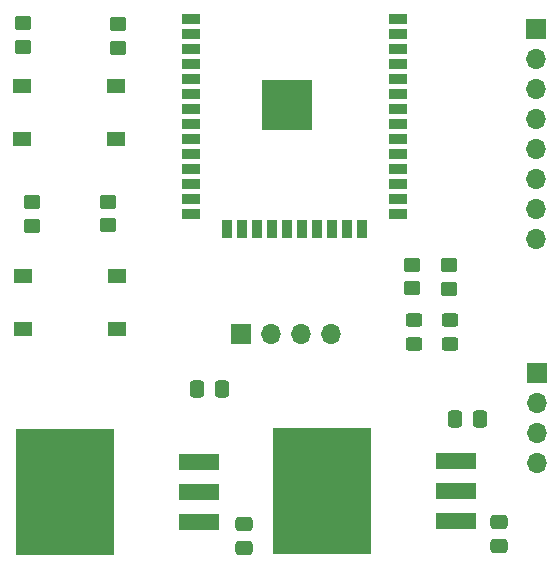
<source format=gts>
%TF.GenerationSoftware,KiCad,Pcbnew,8.0.0*%
%TF.CreationDate,2024-12-08T13:18:30+05:30*%
%TF.ProjectId,RFID_1,52464944-5f31-42e6-9b69-6361645f7063,rev?*%
%TF.SameCoordinates,Original*%
%TF.FileFunction,Soldermask,Top*%
%TF.FilePolarity,Negative*%
%FSLAX46Y46*%
G04 Gerber Fmt 4.6, Leading zero omitted, Abs format (unit mm)*
G04 Created by KiCad (PCBNEW 8.0.0) date 2024-12-08 13:18:30*
%MOMM*%
%LPD*%
G01*
G04 APERTURE LIST*
G04 Aperture macros list*
%AMRoundRect*
0 Rectangle with rounded corners*
0 $1 Rounding radius*
0 $2 $3 $4 $5 $6 $7 $8 $9 X,Y pos of 4 corners*
0 Add a 4 corners polygon primitive as box body*
4,1,4,$2,$3,$4,$5,$6,$7,$8,$9,$2,$3,0*
0 Add four circle primitives for the rounded corners*
1,1,$1+$1,$2,$3*
1,1,$1+$1,$4,$5*
1,1,$1+$1,$6,$7*
1,1,$1+$1,$8,$9*
0 Add four rect primitives between the rounded corners*
20,1,$1+$1,$2,$3,$4,$5,0*
20,1,$1+$1,$4,$5,$6,$7,0*
20,1,$1+$1,$6,$7,$8,$9,0*
20,1,$1+$1,$8,$9,$2,$3,0*%
G04 Aperture macros list end*
%ADD10RoundRect,0.250000X0.450000X-0.350000X0.450000X0.350000X-0.450000X0.350000X-0.450000X-0.350000X0*%
%ADD11R,1.700000X1.700000*%
%ADD12O,1.700000X1.700000*%
%ADD13RoundRect,0.250000X-0.475000X0.337500X-0.475000X-0.337500X0.475000X-0.337500X0.475000X0.337500X0*%
%ADD14RoundRect,0.250000X-0.450000X0.350000X-0.450000X-0.350000X0.450000X-0.350000X0.450000X0.350000X0*%
%ADD15R,1.550000X1.300000*%
%ADD16R,3.505200X1.397000*%
%ADD17R,8.407400X10.718800*%
%ADD18RoundRect,0.250000X-0.337500X-0.475000X0.337500X-0.475000X0.337500X0.475000X-0.337500X0.475000X0*%
%ADD19RoundRect,0.250000X0.450000X-0.325000X0.450000X0.325000X-0.450000X0.325000X-0.450000X-0.325000X0*%
%ADD20R,1.500000X0.900000*%
%ADD21R,0.900000X1.500000*%
%ADD22C,0.600000*%
%ADD23R,4.200000X4.200000*%
G04 APERTURE END LIST*
D10*
%TO.C,R3*%
X131241800Y-96037400D03*
X131241800Y-94037400D03*
%TD*%
D11*
%TO.C,J3*%
X173990000Y-108534200D03*
D12*
X173990000Y-111074200D03*
X173990000Y-113614200D03*
X173990000Y-116154200D03*
%TD*%
D13*
%TO.C,C3*%
X170815000Y-121115000D03*
X170815000Y-123190000D03*
%TD*%
%TO.C,C4*%
X149225000Y-121285000D03*
X149225000Y-123360000D03*
%TD*%
D14*
%TO.C,R4*%
X137718800Y-94012000D03*
X137718800Y-96012000D03*
%TD*%
D15*
%TO.C,SW1*%
X130454600Y-84222200D03*
X138404600Y-84222200D03*
X130454600Y-88722200D03*
X138404600Y-88722200D03*
%TD*%
D14*
%TO.C,R2*%
X130479800Y-78873600D03*
X130479800Y-80873600D03*
%TD*%
D16*
%TO.C,U3*%
X167192600Y-121046000D03*
X167192600Y-118506000D03*
X167192600Y-115966000D03*
D17*
X155851500Y-118506000D03*
%TD*%
D18*
%TO.C,C1*%
X167077500Y-112395000D03*
X169152500Y-112395000D03*
%TD*%
D19*
%TO.C,D4*%
X166674800Y-106045000D03*
X166674800Y-103995000D03*
%TD*%
D11*
%TO.C,J1*%
X148955600Y-105196800D03*
D12*
X151495600Y-105196800D03*
X154035600Y-105196800D03*
X156575600Y-105196800D03*
%TD*%
D18*
%TO.C,C2*%
X145245000Y-109855000D03*
X147320000Y-109855000D03*
%TD*%
D20*
%TO.C,U1*%
X144755200Y-78511400D03*
X144755200Y-79781400D03*
X144755200Y-81051400D03*
X144755200Y-82321400D03*
X144755200Y-83591400D03*
X144755200Y-84861400D03*
X144755200Y-86131400D03*
X144755200Y-87401400D03*
X144755200Y-88671400D03*
X144755200Y-89941400D03*
X144755200Y-91211400D03*
X144755200Y-92481400D03*
X144755200Y-93751400D03*
X144755200Y-95021400D03*
D21*
X147795200Y-96271400D03*
X149065200Y-96271400D03*
X150335200Y-96271400D03*
X151605200Y-96271400D03*
X152875200Y-96271400D03*
X154145200Y-96271400D03*
X155415200Y-96271400D03*
X156685200Y-96271400D03*
X157955200Y-96271400D03*
X159225200Y-96271400D03*
D20*
X162255200Y-95021400D03*
X162255200Y-93751400D03*
X162255200Y-92481400D03*
X162255200Y-91211400D03*
X162255200Y-89941400D03*
X162255200Y-88671400D03*
X162255200Y-87401400D03*
X162255200Y-86131400D03*
X162255200Y-84861400D03*
X162255200Y-83591400D03*
X162255200Y-82321400D03*
X162255200Y-81051400D03*
X162255200Y-79781400D03*
X162255200Y-78511400D03*
D22*
X151300200Y-85088900D03*
X151300200Y-86613900D03*
X152062700Y-84326400D03*
X152062700Y-85851400D03*
X152062700Y-87376400D03*
X152825200Y-85088900D03*
D23*
X152825200Y-85851400D03*
D22*
X152825200Y-86613900D03*
X153587700Y-84326400D03*
X153587700Y-85851400D03*
X153587700Y-87376400D03*
X154350200Y-85088900D03*
X154350200Y-86613900D03*
%TD*%
D15*
%TO.C,SW2*%
X130492600Y-100315200D03*
X138442600Y-100315200D03*
X130492600Y-104815200D03*
X138442600Y-104815200D03*
%TD*%
D16*
%TO.C,U2*%
X145427700Y-121132600D03*
X145427700Y-118592600D03*
X145427700Y-116052600D03*
D17*
X134086600Y-118592600D03*
%TD*%
D14*
%TO.C,R5*%
X163439600Y-99346400D03*
X163439600Y-101346400D03*
%TD*%
D19*
%TO.C,D1*%
X163634800Y-106045000D03*
X163634800Y-103995000D03*
%TD*%
D10*
%TO.C,R1*%
X138506200Y-80949800D03*
X138506200Y-78949800D03*
%TD*%
D11*
%TO.C,J2*%
X173939200Y-79400400D03*
D12*
X173939200Y-81940400D03*
X173939200Y-84480400D03*
X173939200Y-87020400D03*
X173939200Y-89560400D03*
X173939200Y-92100400D03*
X173939200Y-94640400D03*
X173939200Y-97180400D03*
%TD*%
D14*
%TO.C,R8*%
X166538400Y-99397200D03*
X166538400Y-101397200D03*
%TD*%
M02*

</source>
